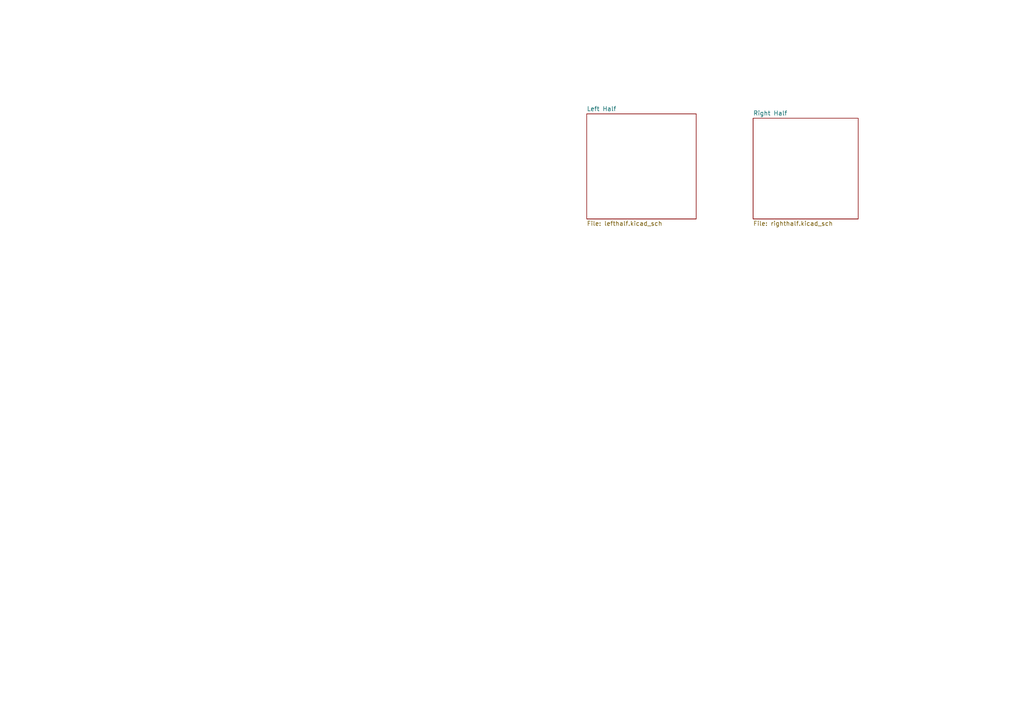
<source format=kicad_sch>
(kicad_sch (version 20230121) (generator eeschema)
  (paper "A4")
  (lib_symbols)
  (sheet (at 218.44 34.29) (size 30.48 29.21) (stroke (width 0.1524))
    (property "Sheetname" "Right Half" (at 218.44 33.5784 0) (effects (justify left bottom)))
    (property "Sheetfile" "righthalf.kicad_sch" (at 218.44 64.0846 0) (effects (justify left top)))
  )
  (sheet (at 170.18 33.02) (size 31.75 30.48) (stroke (width 0.1524))
    (property "Sheetname" "Left Half" (at 170.18 32.3084 0) (effects (justify left bottom)))
    (property "Sheetfile" "lefthalf.kicad_sch" (at 170.18 64.0846 0) (effects (justify left top)))
  )
)
</source>
